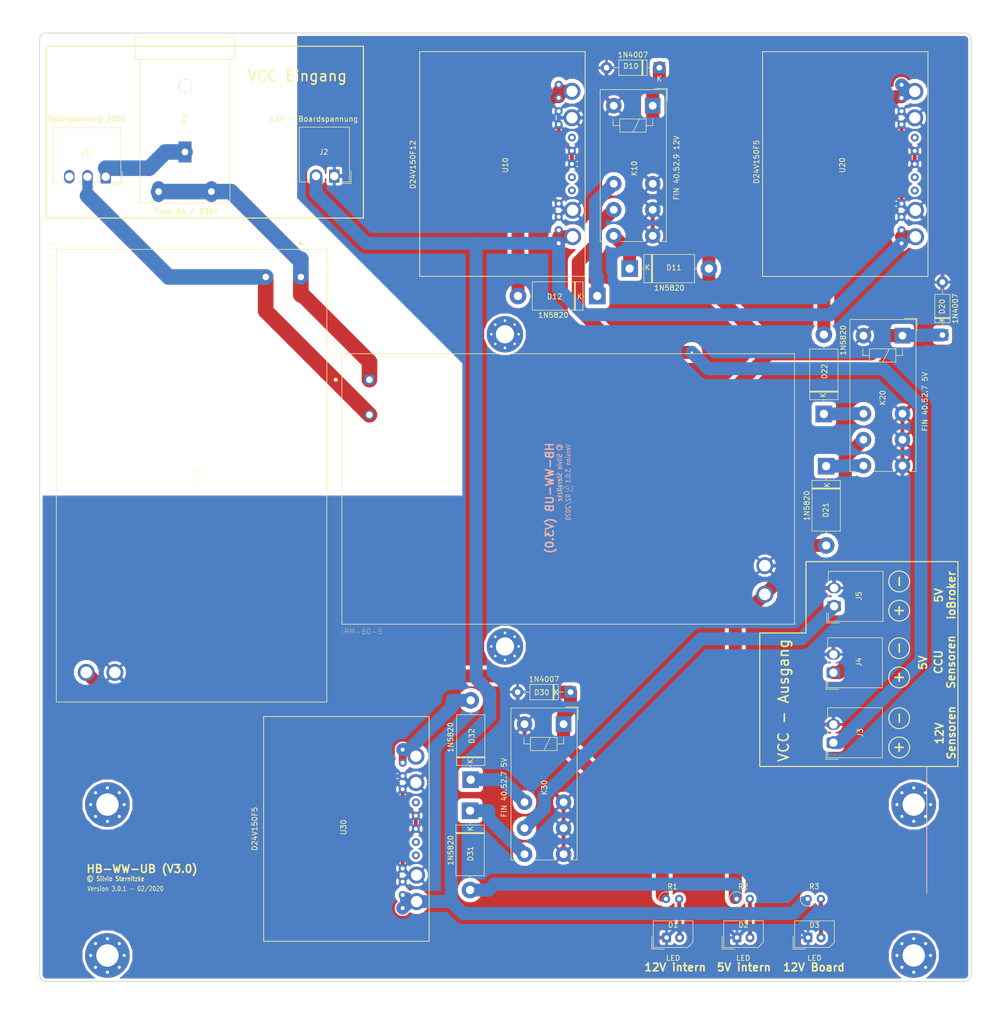
<source format=kicad_pcb>
(kicad_pcb (version 20171130) (host pcbnew "(5.0.2)-1")
  (title_block (title "Wohnwagenboard - Grundplatine") (date 2019-02-28) (rev V1.0.0))
  (layers (0 F.Cu signal) (31 B.Cu signal) (34 B.Paste user) (35 F.Paste user) (36 B.SilkS user) (37 F.SilkS user) (38 B.Mask user) (39 F.Mask user) (44 Edge.Cuts user))
  (net 0 "")
  (net 1 "Net-(D1-Pad2)")
  (net 2 "Net-(D2-Pad2)")
  (net 3 "Net-(F1-Pad1)")
  (net 4 "Net-(F1-Pad2)")
  (net 5 "Net-(J1-Pad2)")
  (net 6 GNDPWR)
  (net 7 "Net-(D3-Pad2)")
  (net 8 GND)
  (net 9 "Net-(D11-Pad1)")
  (net 10 "Net-(D12-Pad1)")
  (net 11 "Net-(D12-Pad2)")
  (net 12 "Net-(D21-Pad1)")
  (net 13 "Net-(D22-Pad1)")
  (net 14 "Net-(D22-Pad2)")
  (net 15 "Net-(D31-Pad1)")
  (net 16 "Net-(D32-Pad2)")
  (net 17 "Net-(D32-Pad1)")
  (net 18 /Board_12V+)
  (net 19 /Out_CCU_+)
  (net 20 /Out_ioBroker_+)
  (net 21 "Net-(U10-Pad6)")
  (net 22 "Net-(U10-Pad5)")
  (net 23 "Net-(U20-Pad5)")
  (net 24 "Net-(U20-Pad6)")
  (net 25 "Net-(U30-Pad5)")
  (net 26 "Net-(U30-Pad6)")
  (net 27 /IRM60_12V+)
  (net 28 /IRM60_05V+)
  (net 29 /OUT_Sens_12V+)
  (net 30 "Net-(U10-Pad9)")
  (net 31 "Net-(U20-Pad9)")
  (net 32 "Net-(U30-Pad9)")
  (module Diode_THT:D_DO-201AD_P15.24mm_Horizontal (layer F.Cu) (at 127.381 57.9755)
    (fp_text reference D11 (at 8.509 -0.1905) (layer F.SilkS))
    (fp_text value 1N5820 (at 7.62 3.72) (layer F.SilkS))
    (fp_text user K (at 3.429 -0.1905) (layer F.SilkS))
    (pad 2 thru_hole oval (at 15.24 0) (size 3.2 3.2) (drill 1.6) (layers *.Cu *.Mask) (net 27 /IRM60_12V+))
    (pad 1 thru_hole rect (at 0 0) (size 3.2 3.2) (drill 1.6) (layers *.Cu *.Mask) (net 9 "Net-(D11-Pad1)"))
  )
  (module Diode_THT:D_DO-201AD_P15.24mm_Horizontal (layer F.Cu) (at 121.158 63.246 180)
    (fp_text reference D12 (at 8.192 -0.127 180) (layer F.SilkS))
    (fp_text value 1N5820 (at 8.446 -3.683 180) (layer F.SilkS))
    (fp_text user K (at 3.366 -0.127 180) (layer F.SilkS))
    (pad 1 thru_hole rect (at 0 0 180) (size 3.2 3.2) (drill 1.6) (layers *.Cu *.Mask) (net 10 "Net-(D12-Pad1)"))
    (pad 2 thru_hole oval (at 15.24 0 180) (size 3.2 3.2) (drill 1.6) (layers *.Cu *.Mask) (net 11 "Net-(D12-Pad2)"))
  )
  (module Homebrew:Copyrigth (layer F.Cu) (at 189.23 125.73)
    (fp_text reference Copy02 hide)
    (fp_text value "Version 3.0.1 - 02/2020" (at -158.75 51.435) (layer F.SilkS) (effects (font (size 0.9 0.75) (thickness 0.12))))
    (fp_text user "© Silvio Sternitzke" (at -160.655 49.53) (layer F.SilkS) (effects (font (size 0.9 0.75))))
  )
  (module MountingHole:MountingHole_4.3mm_M4_Pad_Via (layer F.Cu) (at 27 161)
    (fp_text reference REF_10 hide)
    (fp_text value MountingHole_4.3mm_M4_Pad_Via)
    (pad 1 thru_hole circle (at 0 0) (size 8.6 8.6) (drill 4.3) (layers *.Cu *.Mask))
    (pad 1 thru_hole circle (at 3.225 0) (size 0.9 0.9) (drill 0.6) (layers *.Cu *.Mask))
    (pad 1 thru_hole circle (at 2.280419 2.280419) (size 0.9 0.9) (drill 0.6) (layers *.Cu *.Mask))
    (pad 1 thru_hole circle (at 0 3.225) (size 0.9 0.9) (drill 0.6) (layers *.Cu *.Mask))
    (pad 1 thru_hole circle (at -2.280419 2.280419) (size 0.9 0.9) (drill 0.6) (layers *.Cu *.Mask))
    (pad 1 thru_hole circle (at -3.225 0) (size 0.9 0.9) (drill 0.6) (layers *.Cu *.Mask))
    (pad 1 thru_hole circle (at -2.280419 -2.280419) (size 0.9 0.9) (drill 0.6) (layers *.Cu *.Mask))
    (pad 1 thru_hole circle (at 0 -3.225) (size 0.9 0.9) (drill 0.6) (layers *.Cu *.Mask))
    (pad 1 thru_hole circle (at 2.280419 -2.280419) (size 0.9 0.9) (drill 0.6) (layers *.Cu *.Mask))
  )
  (module MountingHole:MountingHole_4.3mm_M4_Pad_Via (layer F.Cu) (at 27 190)
    (fp_text reference REF_11 hide)
    (fp_text value MountingHole_4.3mm_M4_Pad_Via)
    (pad 1 thru_hole circle (at 2.280419 -2.280419) (size 0.9 0.9) (drill 0.6) (layers *.Cu *.Mask))
    (pad 1 thru_hole circle (at 0 -3.225) (size 0.9 0.9) (drill 0.6) (layers *.Cu *.Mask))
    (pad 1 thru_hole circle (at -2.280419 -2.280419) (size 0.9 0.9) (drill 0.6) (layers *.Cu *.Mask))
    (pad 1 thru_hole circle (at -3.225 0) (size 0.9 0.9) (drill 0.6) (layers *.Cu *.Mask))
    (pad 1 thru_hole circle (at -2.280419 2.280419) (size 0.9 0.9) (drill 0.6) (layers *.Cu *.Mask))
    (pad 1 thru_hole circle (at 0 3.225) (size 0.9 0.9) (drill 0.6) (layers *.Cu *.Mask))
    (pad 1 thru_hole circle (at 2.280419 2.280419) (size 0.9 0.9) (drill 0.6) (layers *.Cu *.Mask))
    (pad 1 thru_hole circle (at 3.225 0) (size 0.9 0.9) (drill 0.6) (layers *.Cu *.Mask))
    (pad 1 thru_hole circle (at 0 0) (size 8.6 8.6) (drill 4.3) (layers *.Cu *.Mask))
  )
  (module MountingHole:MountingHole_4.3mm_M4_Pad_Via (layer F.Cu) (at 182 161)
    (fp_text reference REF_12 hide)
    (fp_text value MountingHole_4.3mm_M4_Pad_Via)
    (pad 1 thru_hole circle (at 0 0) (size 8.6 8.6) (drill 4.3) (layers *.Cu *.Mask))
    (pad 1 thru_hole circle (at 3.225 0) (size 0.9 0.9) (drill 0.6) (layers *.Cu *.Mask))
    (pad 1 thru_hole circle (at 2.280419 2.280419) (size 0.9 0.9) (drill 0.6) (layers *.Cu *.Mask))
    (pad 1 thru_hole circle (at 0 3.225) (size 0.9 0.9) (drill 0.6) (layers *.Cu *.Mask))
    (pad 1 thru_hole circle (at -2.280419 2.280419) (size 0.9 0.9) (drill 0.6) (layers *.Cu *.Mask))
    (pad 1 thru_hole circle (at -3.225 0) (size 0.9 0.9) (drill 0.6) (layers *.Cu *.Mask))
    (pad 1 thru_hole circle (at -2.280419 -2.280419) (size 0.9 0.9) (drill 0.6) (layers *.Cu *.Mask))
    (pad 1 thru_hole circle (at 0 -3.225) (size 0.9 0.9) (drill 0.6) (layers *.Cu *.Mask))
    (pad 1 thru_hole circle (at 2.280419 -2.280419) (size 0.9 0.9) (drill 0.6) (layers *.Cu *.Mask))
  )
  (module MountingHole:MountingHole_4.3mm_M4_Pad_Via (layer F.Cu) (at 182 190)
    (fp_text reference REF_09 hide)
    (fp_text value MountingHole_4.3mm_M4_Pad_Via)
    (pad 1 thru_hole circle (at 0 0) (size 8.6 8.6) (drill 4.3) (layers *.Cu *.Mask))
    (pad 1 thru_hole circle (at 3.225 0) (size 0.9 0.9) (drill 0.6) (layers *.Cu *.Mask))
    (pad 1 thru_hole circle (at 2.280419 2.280419) (size 0.9 0.9) (drill 0.6) (layers *.Cu *.Mask))
    (pad 1 thru_hole circle (at 0 3.225) (size 0.9 0.9) (drill 0.6) (layers *.Cu *.Mask))
    (pad 1 thru_hole circle (at -2.280419 2.280419) (size 0.9 0.9) (drill 0.6) (layers *.Cu *.Mask))
    (pad 1 thru_hole circle (at -3.225 0) (size 0.9 0.9) (drill 0.6) (layers *.Cu *.Mask))
    (pad 1 thru_hole circle (at -2.280419 -2.280419) (size 0.9 0.9) (drill 0.6) (layers *.Cu *.Mask))
    (pad 1 thru_hole circle (at 0 -3.225) (size 0.9 0.9) (drill 0.6) (layers *.Cu *.Mask))
    (pad 1 thru_hole circle (at 2.280419 -2.280419) (size 0.9 0.9) (drill 0.6) (layers *.Cu *.Mask))
  )
  (module MountingHole:MountingHole_3.5mm_Pad_Via (layer F.Cu) (at 103.42 130.6)
    (fp_text reference REF_S2 hide)
    (fp_text value MountingHole_3.5mm_Pad_Via)
    (pad 1 thru_hole circle (at 0 0) (size 7 7) (drill 3.5) (layers *.Cu *.Mask))
    (pad 1 thru_hole circle (at 2.625 0) (size 0.8 0.8) (drill 0.5) (layers *.Cu *.Mask))
    (pad 1 thru_hole circle (at 1.856155 1.856155) (size 0.8 0.8) (drill 0.5) (layers *.Cu *.Mask))
    (pad 1 thru_hole circle (at 0 2.625) (size 0.8 0.8) (drill 0.5) (layers *.Cu *.Mask))
    (pad 1 thru_hole circle (at -1.856155 1.856155) (size 0.8 0.8) (drill 0.5) (layers *.Cu *.Mask))
    (pad 1 thru_hole circle (at -2.625 0) (size 0.8 0.8) (drill 0.5) (layers *.Cu *.Mask))
    (pad 1 thru_hole circle (at -1.856155 -1.856155) (size 0.8 0.8) (drill 0.5) (layers *.Cu *.Mask))
    (pad 1 thru_hole circle (at 0 -2.625) (size 0.8 0.8) (drill 0.5) (layers *.Cu *.Mask))
    (pad 1 thru_hole circle (at 1.856155 -1.856155) (size 0.8 0.8) (drill 0.5) (layers *.Cu *.Mask))
  )
  (module MountingHole:MountingHole_3.5mm_Pad_Via (layer F.Cu) (at 103.42 70.6)
    (fp_text reference REF_S1 hide)
    (fp_text value MountingHole_3.5mm_Pad_Via)
    (pad 1 thru_hole circle (at 0 0) (size 7 7) (drill 3.5) (layers *.Cu *.Mask))
    (pad 1 thru_hole circle (at 2.625 0) (size 0.8 0.8) (drill 0.5) (layers *.Cu *.Mask))
    (pad 1 thru_hole circle (at 1.856155 1.856155) (size 0.8 0.8) (drill 0.5) (layers *.Cu *.Mask))
    (pad 1 thru_hole circle (at 0 2.625) (size 0.8 0.8) (drill 0.5) (layers *.Cu *.Mask))
    (pad 1 thru_hole circle (at -1.856155 1.856155) (size 0.8 0.8) (drill 0.5) (layers *.Cu *.Mask))
    (pad 1 thru_hole circle (at -2.625 0) (size 0.8 0.8) (drill 0.5) (layers *.Cu *.Mask))
    (pad 1 thru_hole circle (at -1.856155 -1.856155) (size 0.8 0.8) (drill 0.5) (layers *.Cu *.Mask))
    (pad 1 thru_hole circle (at 0 -2.625) (size 0.8 0.8) (drill 0.5) (layers *.Cu *.Mask))
    (pad 1 thru_hole circle (at 1.856155 -1.856155) (size 0.8 0.8) (drill 0.5) (layers *.Cu *.Mask))
  )
  (module Homebrew:Copyrigth (layer B.Cu) (at 189.23 121.92)
    (fp_text reference Copy01 hide)
    (fp_text value "Version 3.0.1 - 02/2020" (at -73.66 -22.86 90) (layer B.SilkS) (effects (font (size 0.9 0.75) (thickness 0.12)) (justify mirror)))
    (fp_text user "© Silvio Sternitzke" (at -75.311 -24.7015 90) (layer B.SilkS) (effects (font (size 0.9 0.75)) (justify mirror)))
  )
  (module Connector_Molex:Molex_SPOX_5267-02A_1x02_P2.50mm_Vertical (layer F.Cu) (at 134.493 186.563)
    (fp_text reference D1 (at 1.25 -2.413) (layer F.SilkS))
    (fp_text value LED (at 1.25 3.937) (layer F.SilkS))
    (pad 1 thru_hole roundrect (at 0 0) (size 1.7 1.85) (drill 0.85) (layers *.Cu *.Mask) (roundrect_rratio 0.147059) (net 8 GND))
    (pad 2 thru_hole oval (at 2.5 0) (size 1.7 1.85) (drill 0.85) (layers *.Cu *.Mask) (net 1 "Net-(D1-Pad2)"))
  )
  (module Connector_Molex:Molex_SPOX_5267-02A_1x02_P2.50mm_Vertical (layer F.Cu) (at 148.023 186.561)
    (fp_text reference D2 (at 1.25 -2.411) (layer F.SilkS))
    (fp_text value LED (at 1.202 3.939) (layer F.SilkS))
    (pad 1 thru_hole roundrect (at 0 0) (size 1.7 1.85) (drill 0.85) (layers *.Cu *.Mask) (roundrect_rratio 0.147059) (net 8 GND))
    (pad 2 thru_hole oval (at 2.5 0) (size 1.7 1.85) (drill 0.85) (layers *.Cu *.Mask) (net 2 "Net-(D2-Pad2)"))
  )
  (module Connector_Molex:Molex_SPOX_5267-02A_1x02_P2.50mm_Vertical (layer F.Cu) (at 161.671 186.563)
    (fp_text reference D3 (at 1.25 -2.413) (layer F.SilkS))
    (fp_text value LED (at 1.25 3.937) (layer F.SilkS))
    (pad 2 thru_hole oval (at 2.5 0) (size 1.7 1.85) (drill 0.85) (layers *.Cu *.Mask) (net 7 "Net-(D3-Pad2)"))
    (pad 1 thru_hole roundrect (at 0 0) (size 1.7 1.85) (drill 0.85) (layers *.Cu *.Mask) (roundrect_rratio 0.147059) (net 8 GND))
  )
  (module Diode_THT:D_DO-41_SOD81_P10.16mm_Horizontal (layer F.Cu) (at 133.096 19.3675 180)
    (fp_text reference D10 (at 5.461 0.3175 180) (layer F.SilkS))
    (fp_text value 1N4007 (at 5.08 2.47 180) (layer F.SilkS))
    (fp_text user K (at 0 -2.1 180) (layer F.SilkS))
    (pad 1 thru_hole rect (at 0 0 180) (size 2.2 2.2) (drill 1.1) (layers *.Cu *.Mask) (net 27 /IRM60_12V+))
    (pad 2 thru_hole oval (at 10.16 0 180) (size 2.2 2.2) (drill 1.1) (layers *.Cu *.Mask) (net 8 GND))
  )
  (module Diode_THT:D_DO-41_SOD81_P10.16mm_Horizontal (layer F.Cu) (at 187.516 70.739 90)
    (fp_text reference D20 (at 5.461 -0.064 90) (layer F.SilkS))
    (fp_text value 1N4007 (at 5.08 2.47 90) (layer F.SilkS))
    (fp_text user K (at 2.921 -0.064 90) (layer F.SilkS))
    (pad 1 thru_hole rect (at 0 0 90) (size 2.2 2.2) (drill 1.1) (layers *.Cu *.Mask) (net 27 /IRM60_12V+))
    (pad 2 thru_hole oval (at 10.16 0 90) (size 2.2 2.2) (drill 1.1) (layers *.Cu *.Mask) (net 8 GND))
  )
  (module Diode_THT:D_DO-201AD_P15.24mm_Horizontal (layer F.Cu) (at 165.164 95.9485 270)
    (fp_text reference D21 (at 8.4455 0.064 270) (layer F.SilkS))
    (fp_text value 1N5820 (at 7.62 3.72 270) (layer F.SilkS))
    (fp_text user K (at 3.6195 -0.19 270) (layer F.SilkS))
    (pad 2 thru_hole oval (at 15.24 0 270) (size 3.2 3.2) (drill 1.6) (layers *.Cu *.Mask) (net 28 /IRM60_05V+))
    (pad 1 thru_hole rect (at 0 0 270) (size 3.2 3.2) (drill 1.6) (layers *.Cu *.Mask) (net 12 "Net-(D21-Pad1)"))
  )
  (module Diode_THT:D_DO-201AD_P15.24mm_Horizontal (layer F.Cu) (at 164.719 85.9155 90)
    (fp_text reference D22 (at 8.1915 0.127 90) (layer F.SilkS))
    (fp_text value 1N5820 (at 14.1605 3.72 90) (layer F.SilkS))
    (fp_text user K (at 3.6195 -0.127 90) (layer F.SilkS))
    (pad 1 thru_hole rect (at 0 0 90) (size 3.2 3.2) (drill 1.6) (layers *.Cu *.Mask) (net 13 "Net-(D22-Pad1)"))
    (pad 2 thru_hole oval (at 15.24 0 90) (size 3.2 3.2) (drill 1.6) (layers *.Cu *.Mask) (net 14 "Net-(D22-Pad2)"))
  )
  (module Diode_THT:D_DO-41_SOD81_P10.16mm_Horizontal (layer F.Cu) (at 116.014 139.382 180)
    (fp_text reference D30 (at 5.524 -0.064 180) (layer F.SilkS))
    (fp_text value 1N4007 (at 5.08 2.47 180) (layer F.SilkS))
    (fp_text user K (at 2.73 -0.064 180) (layer F.SilkS))
    (pad 2 thru_hole oval (at 10.16 0 180) (size 2.2 2.2) (drill 1.1) (layers *.Cu *.Mask) (net 8 GND))
    (pad 1 thru_hole rect (at 0 0 180) (size 2.2 2.2) (drill 1.1) (layers *.Cu *.Mask) (net 27 /IRM60_12V+))
  )
  (module Diode_THT:D_DO-201AD_P15.24mm_Horizontal (layer F.Cu) (at 96.7105 162.179 270)
    (fp_text reference D31 (at 8.255 -0.0635 270) (layer F.SilkS))
    (fp_text value 1N5820 (at 7.62 3.72 270) (layer F.SilkS))
    (fp_text user K (at 3.429 -0.0635 270) (layer F.SilkS))
    (pad 1 thru_hole rect (at 0 0 270) (size 3.2 3.2) (drill 1.6) (layers *.Cu *.Mask) (net 15 "Net-(D31-Pad1)"))
    (pad 2 thru_hole oval (at 15.24 0 270) (size 3.2 3.2) (drill 1.6) (layers *.Cu *.Mask) (net 28 /IRM60_05V+))
  )
  (module Diode_THT:D_DO-201AD_P15.24mm_Horizontal (layer F.Cu) (at 96.8375 156.21 90)
    (fp_text reference D32 (at 8.382 0.1905 90) (layer F.SilkS))
    (fp_text value 1N5820 (at 8.128 -3.8735 90) (layer F.SilkS))
    (fp_text user K (at 3.556 -0.0635 90) (layer F.SilkS))
    (pad 2 thru_hole oval (at 15.24 0 90) (size 3.2 3.2) (drill 1.6) (layers *.Cu *.Mask) (net 16 "Net-(D32-Pad2)"))
    (pad 1 thru_hole rect (at 0 0 90) (size 3.2 3.2) (drill 1.6) (layers *.Cu *.Mask) (net 17 "Net-(D32-Pad1)"))
  )
  (module Homebrew:Fuseholder_Cylinder-5x20mm_Schurter_FUP_0031.2510_Horizontal_Closed (layer F.Cu) (at 41.91 66.04 90)
    (fp_text reference F1 (at 36.83 0 90) (layer F.SilkS))
    (fp_text value "Fuse 6A / 230V" (at 19.05 0.254 180) (layer F.SilkS))
    (pad 1 thru_hole rect (at 30.48 0 90) (size 4 2.5) (drill 1.3) (layers *.Cu *.Mask) (net 3 "Net-(F1-Pad1)"))
    (pad 2 thru_hole oval (at 22.86 -5.08 90) (size 4 2.5) (drill 1.3) (layers *.Cu *.Mask) (net 4 "Net-(F1-Pad2)"))
    (pad 2 thru_hole oval (at 22.86 5.08 90) (size 4 2.5) (drill 1.3) (layers *.Cu *.Mask) (net 4 "Net-(F1-Pad2)"))
    (pad "" thru_hole circle (at 43.18 0 90) (size 2.6 2.6) (drill 2.6) (layers *.Cu *.Mask))
  )
  (module Connector_Wago:Wago_734-163_1x03_P3.50mm_Horizontal (layer F.Cu) (at 26.67 40.3225 180)
    (fp_text reference J1 (at 3.81 4.7625 180) (layer F.SilkS))
    (fp_text value "Netzspannung 230V" (at 3.65 11.1125 180) (layer F.SilkS))
    (pad 1 thru_hole roundrect (at 0 0 180) (size 2 2.6) (drill 1.6) (layers *.Cu *.Mask) (roundrect_rratio 0.125) (net 3 "Net-(F1-Pad1)"))
    (pad 2 thru_hole oval (at 3.5 0 180) (size 2 2.6) (drill 1.6) (layers *.Cu *.Mask) (net 5 "Net-(J1-Pad2)"))
    (pad 3 thru_hole oval (at 7 0 180) (size 2 2.6) (drill 1.6) (layers *.Cu *.Mask) (net 6 GNDPWR))
  )
  (module Connector_Wago:Wago_734-162_1x02_P3.50mm_Horizontal (layer F.Cu) (at 70.612 40.1955 180)
    (fp_text reference J2 (at 2.032 4.6355 180) (layer F.SilkS))
    (fp_text value "12V - Boardspannung" (at 3.937 10.9855 180) (layer F.SilkS))
    (pad 1 thru_hole roundrect (at 0 0 180) (size 2 2.6) (drill 1.6) (layers *.Cu *.Mask) (roundrect_rratio 0.125) (net 8 GND))
    (pad 2 thru_hole oval (at 3.5 0 180) (size 2 2.6) (drill 1.6) (layers *.Cu *.Mask) (net 18 /Board_12V+))
  )
  (module Connector_Wago:Wago_734-162_1x02_P3.50mm_Horizontal (layer F.Cu) (at 166.56 149.098 90)
    (fp_text reference J3 (at 1.9 5.144 90) (layer F.SilkS))
    (fp_text value 12V (at 1.778 20.384 90) (layer F.SilkS) (effects (font (size 1.5 1.5) (thickness 0.3))))
    (pad 2 thru_hole oval (at 3.5 0 90) (size 2 2.6) (drill 1.6) (layers *.Cu *.Mask) (net 8 GND))
    (pad 1 thru_hole roundrect (at 0 0 90) (size 2 2.6) (drill 1.6) (layers *.Cu *.Mask) (roundrect_rratio 0.125) (net 29 /OUT_Sens_12V+))
  )
  (module Connector_Wago:Wago_734-162_1x02_P3.50mm_Horizontal (layer F.Cu) (at 166.56 135.636 90)
    (fp_text reference J4 (at 2.032 4.89 90) (layer F.SilkS))
    (fp_text value 5V (at 1.905 17.209 90) (layer F.SilkS) (effects (font (size 1.5 1.5) (thickness 0.3))))
    (pad 1 thru_hole roundrect (at 0 0 90) (size 2 2.6) (drill 1.6) (layers *.Cu *.Mask) (roundrect_rratio 0.125) (net 19 /Out_CCU_+))
    (pad 2 thru_hole oval (at 3.5 0 90) (size 2 2.6) (drill 1.6) (layers *.Cu *.Mask) (net 8 GND))
  )
  (module Connector_Wago:Wago_734-162_1x02_P3.50mm_Horizontal (layer F.Cu) (at 166.688 122.872 90)
    (fp_text reference J5 (at 1.968 4.762 90) (layer F.SilkS))
    (fp_text value 5V (at 2.095 20.129 90) (layer F.SilkS) (effects (font (size 1.5 1.5) (thickness 0.3))))
    (pad 2 thru_hole oval (at 3.5 0 90) (size 2 2.6) (drill 1.6) (layers *.Cu *.Mask) (net 8 GND))
    (pad 1 thru_hole roundrect (at 0 0 90) (size 2 2.6) (drill 1.6) (layers *.Cu *.Mask) (roundrect_rratio 0.125) (net 20 /Out_ioBroker_+))
  )
  (module Relay_THT:Relay_DPDT_Finder_40.52 (layer F.Cu) (at 131.826 26.67 270)
    (fp_text reference K10 (at 12.065 3.556 270) (layer F.SilkS))
    (fp_text value "FIN 40.52.9 12V" (at 11.938 -4.572 270) (layer F.SilkS))
    (pad A1 thru_hole rect (at 0 0 270) (size 3 3) (drill 1.5) (layers *.Cu *.Mask) (net 27 /IRM60_12V+))
    (pad A2 thru_hole circle (at 0 7.5 270) (size 3 3) (drill 1.5) (layers *.Cu *.Mask) (net 8 GND))
    (pad 11 thru_hole circle (at 20 0 270) (size 3 3) (drill 1.5) (layers *.Cu *.Mask) (net 8 GND))
    (pad 24 thru_hole circle (at 25 7.5 270) (size 3 3) (drill 1.5) (layers *.Cu *.Mask) (net 9 "Net-(D11-Pad1)"))
    (pad 22 thru_hole circle (at 15 7.5 270) (size 3 3) (drill 1.5) (layers *.Cu *.Mask) (net 10 "Net-(D12-Pad1)"))
    (pad 12 thru_hole circle (at 15 0 270) (size 3 3) (drill 1.5) (layers *.Cu *.Mask) (net 8 GND))
    (pad 21 thru_hole circle (at 20 7.5 270) (size 3 3) (drill 1.5) (layers *.Cu *.Mask) (net 29 /OUT_Sens_12V+))
    (pad 14 thru_hole circle (at 25 0 270) (size 3 3) (drill 1.5) (layers *.Cu *.Mask) (net 8 GND))
  )
  (module Relay_THT:Relay_DPDT_Finder_40.52 (layer F.Cu) (at 179.832 70.866 270)
    (fp_text reference K20 (at 11.938 3.81 270) (layer F.SilkS))
    (fp_text value "FIN 40.52.7 5V" (at 12.7 -4.318 270) (layer F.SilkS))
    (pad 14 thru_hole circle (at 25 0 270) (size 3 3) (drill 1.5) (layers *.Cu *.Mask) (net 8 GND))
    (pad 21 thru_hole circle (at 20 7.5 270) (size 3 3) (drill 1.5) (layers *.Cu *.Mask) (net 19 /Out_CCU_+))
    (pad 12 thru_hole circle (at 15 0 270) (size 3 3) (drill 1.5) (layers *.Cu *.Mask) (net 8 GND))
    (pad 22 thru_hole circle (at 15 7.5 270) (size 3 3) (drill 1.5) (layers *.Cu *.Mask) (net 13 "Net-(D22-Pad1)"))
    (pad 24 thru_hole circle (at 25 7.5 270) (size 3 3) (drill 1.5) (layers *.Cu *.Mask) (net 12 "Net-(D21-Pad1)"))
    (pad 11 thru_hole circle (at 20 0 270) (size 3 3) (drill 1.5) (layers *.Cu *.Mask) (net 8 GND))
    (pad A2 thru_hole circle (at 0 7.5 270) (size 3 3) (drill 1.5) (layers *.Cu *.Mask) (net 8 GND))
    (pad A1 thru_hole rect (at 0 0 270) (size 3 3) (drill 1.5) (layers *.Cu *.Mask) (net 27 /IRM60_12V+))
  )
  (module Relay_THT:Relay_DPDT_Finder_40.52 (layer F.Cu) (at 114.681 145.542 270)
    (fp_text reference K30 (at 12.192 3.683 270) (layer F.SilkS))
    (fp_text value "FIN 40.52.7 5V" (at 12.192 11.43 270) (layer F.SilkS))
    (pad A1 thru_hole rect (at 0 0 270) (size 3 3) (drill 1.5) (layers *.Cu *.Mask) (net 27 /IRM60_12V+))
    (pad A2 thru_hole circle (at 0 7.5 270) (size 3 3) (drill 1.5) (layers *.Cu *.Mask) (net 8 GND))
    (pad 11 thru_hole circle (at 20 0 270) (size 3 3) (drill 1.5) (layers *.Cu *.Mask) (net 8 GND))
    (pad 24 thru_hole circle (at 25 7.5 270) (size 3 3) (drill 1.5) (layers *.Cu *.Mask) (net 15 "Net-(D31-Pad1)"))
    (pad 22 thru_hole circle (at 15 7.5 270) (size 3 3) (drill 1.5) (layers *.Cu *.Mask) (net 17 "Net-(D32-Pad1)"))
    (pad 12 thru_hole circle (at 15 0 270) (size 3 3) (drill 1.5) (layers *.Cu *.Mask) (net 8 GND))
    (pad 21 thru_hole circle (at 20 7.5 270) (size 3 3) (drill 1.5) (layers *.Cu *.Mask) (net 20 /Out_ioBroker_+))
    (pad 14 thru_hole circle (at 25 0 270) (size 3 3) (drill 1.5) (layers *.Cu *.Mask) (net 8 GND))
  )
  (module Resistor_THT:R_Axial_DIN0207_L6.3mm_D2.5mm_P2.54mm_Vertical (layer F.Cu) (at 134.366 179.134)
    (fp_text reference R1 (at 1.27 -2.37) (layer F.SilkS))
    (fp_text value R)
    (pad 1 thru_hole circle (at 0 0) (size 1.6 1.6) (drill 0.8) (layers *.Cu *.Mask) (net 27 /IRM60_12V+))
    (pad 2 thru_hole oval (at 2.54 0) (size 1.6 1.6) (drill 0.8) (layers *.Cu *.Mask) (net 1 "Net-(D1-Pad2)"))
  )
  (module Resistor_THT:R_Axial_DIN0207_L6.3mm_D2.5mm_P2.54mm_Vertical (layer F.Cu) (at 147.955 179.134)
    (fp_text reference R2 (at 1.27 -2.37) (layer F.SilkS))
    (fp_text value R)
    (pad 1 thru_hole circle (at 0 0) (size 1.6 1.6) (drill 0.8) (layers *.Cu *.Mask) (net 28 /IRM60_05V+))
    (pad 2 thru_hole oval (at 2.54 0) (size 1.6 1.6) (drill 0.8) (layers *.Cu *.Mask) (net 2 "Net-(D2-Pad2)"))
  )
  (module Resistor_THT:R_Axial_DIN0207_L6.3mm_D2.5mm_P2.54mm_Vertical (layer F.Cu) (at 161.608 179.134)
    (fp_text reference R3 (at 1.27 -2.37) (layer F.SilkS))
    (fp_text value R)
    (pad 2 thru_hole oval (at 2.54 0) (size 1.6 1.6) (drill 0.8) (layers *.Cu *.Mask) (net 7 "Net-(D3-Pad2)"))
    (pad 1 thru_hole circle (at 0 0) (size 1.6 1.6) (drill 0.8) (layers *.Cu *.Mask) (net 18 /Board_12V+))
  )
  (module IRM-60-12:CONV_IRM-60-12 (layer F.Cu) (at 43.18 97.79 270)
    (fp_text reference PS1 (at 0 -0.762 270) (layer F.SilkS) (effects (font (size 1.00004 1.00004) (thickness 0.05))))
    (fp_text value IRM-60-12 (at -40.6879 27.0135 270) (layer F.SilkS) (effects (font (size 1.00031 1.00031) (thickness 0.05))))
    (pad AC/L thru_hole rect (at -38.2 -21 270) (size 1.881 1.881) (drill 1.254) (layers *.Cu *.Mask) (net 4 "Net-(F1-Pad2)"))
    (pad AC/N thru_hole circle (at -38.2 -14.25 270) (size 1.881 1.881) (drill 1.254) (layers *.Cu *.Mask) (net 5 "Net-(J1-Pad2)"))
    (pad V thru_hole circle (at 37.8 14.75 270) (size 3.27 3.27) (drill 2.254) (layers *.Cu *.Mask) (net 8 GND))
    (pad +V thru_hole circle (at 37.8 20.25 270) (size 3.27 3.27) (drill 2.254) (layers *.Cu *.Mask) (net 27 /IRM60_12V+))
  )
  (module IRM-60-12:CONV_IRM-60-12 (layer F.Cu) (at 115.57 100.33)
    (fp_text reference PS2 (at -0.254 0) (layer F.SilkS) (effects (font (size 1.00004 1.00004) (thickness 0.05))))
    (fp_text value IRM-60-5 (at -39.624 27.432) (layer F.SilkS) (effects (font (size 1.00031 1.00031) (thickness 0.05))))
    (pad +V thru_hole circle (at 37.8 20.25) (size 3.27 3.27) (drill 2.254) (layers *.Cu *.Mask) (net 28 /IRM60_05V+))
    (pad V thru_hole circle (at 37.8 14.75) (size 3.27 3.27) (drill 2.254) (layers *.Cu *.Mask) (net 8 GND))
    (pad AC/N thru_hole circle (at -38.2 -14.25) (size 1.881 1.881) (drill 1.254) (layers *.Cu *.Mask) (net 5 "Net-(J1-Pad2)"))
    (pad AC/L thru_hole rect (at -38.2 -21) (size 1.881 1.881) (drill 1.254) (layers *.Cu *.Mask) (net 4 "Net-(F1-Pad2)"))
  )
  (module Homebrew:D24V150F5 (layer F.Cu) (at 85.811 37.87 90)
    (fp_text reference U10 (at -0.23 17.694 90) (layer F.SilkS))
    (fp_text value D24V150F12 (at -0.13 -0.086 90) (layer F.SilkS))
    (pad 5 thru_hole circle (at -5.08 30.48 90) (size 1.524 1.524) (drill 0.762) (layers *.Cu *.Mask) (net 22 "Net-(U10-Pad5)"))
    (pad 6 thru_hole circle (at -2.54 30.48 90) (size 1.524 1.524) (drill 0.762) (layers *.Cu *.Mask) (net 21 "Net-(U10-Pad6)"))
    (pad 7 thru_hole circle (at 0 30.48 90) (size 1.524 1.524) (drill 0.762) (layers *.Cu *.Mask) (net 8 GND))
    (pad 8 thru_hole circle (at 2.54 30.48 90) (size 1.524 1.524) (drill 0.762) (layers *.Cu *.Mask) (net 8 GND))
    (pad 3 thru_hole circle (at 7.62 27.94 90) (size 1.524 1.524) (drill 0.762) (layers *.Cu *.Mask) (net 8 GND))
    (pad 3 thru_hole circle (at 10.16 27.94 90) (size 1.524 1.524) (drill 0.762) (layers *.Cu *.Mask) (net 8 GND))
    (pad 4 thru_hole circle (at 12.7 27.94 90) (size 1.524 1.524) (drill 0.762) (layers *.Cu *.Mask) (net 11 "Net-(D12-Pad2)"))
    (pad 4 thru_hole circle (at 15.24 27.94 90) (size 1.524 1.524) (drill 0.762) (layers *.Cu *.Mask) (net 11 "Net-(D12-Pad2)"))
    (pad 2 thru_hole circle (at -7.62 27.94 90) (size 1.524 1.524) (drill 0.762) (layers *.Cu *.Mask) (net 8 GND))
    (pad 2 thru_hole circle (at -10.16 27.94 90) (size 1.524 1.524) (drill 0.762) (layers *.Cu *.Mask) (net 8 GND))
    (pad 1 thru_hole circle (at -12.7 27.94 90) (size 1.524 1.524) (drill 0.762) (layers *.Cu *.Mask) (net 18 /Board_12V+))
    (pad 1 thru_hole circle (at -15.24 27.94 90) (size 1.524 1.524) (drill 0.762) (layers *.Cu *.Mask) (net 18 /Board_12V+))
    (pad 4 thru_hole circle (at 13.97 30.489 90) (size 3.286 3.286) (drill 2.18) (layers *.Cu *.Mask) (net 11 "Net-(D12-Pad2)"))
    (pad 3 thru_hole circle (at 8.89 30.489 90) (size 3.286 3.286) (drill 2.18) (layers *.Cu *.Mask) (net 8 GND))
    (pad 2 thru_hole circle (at -8.89 30.62 90) (size 3.286 3.286) (drill 2.18) (layers *.Cu *.Mask) (net 8 GND))
    (pad 1 thru_hole circle (at -13.97 30.62 90) (size 3.286 3.286) (drill 2.18) (layers *.Cu *.Mask) (net 18 /Board_12V+))
    (pad 9 thru_hole circle (at 5.08 30.48 90) (size 1.524 1.524) (drill 0.762) (layers *.Cu *.Mask) (net 30 "Net-(U10-Pad9)"))
  )
  (module Homebrew:D24V150F5 (layer F.Cu) (at 151.711 37.89 90)
    (fp_text reference U20 (at -0.21 16.564 90) (layer F.SilkS))
    (fp_text value D24V150F5 (at 0.425 0.054 90) (layer F.SilkS))
    (pad 5 thru_hole circle (at -5.08 30.48 90) (size 1.524 1.524) (drill 0.762) (layers *.Cu *.Mask) (net 23 "Net-(U20-Pad5)"))
    (pad 6 thru_hole circle (at -2.54 30.48 90) (size 1.524 1.524) (drill 0.762) (layers *.Cu *.Mask) (net 24 "Net-(U20-Pad6)"))
    (pad 7 thru_hole circle (at 0 30.48 90) (size 1.524 1.524) (drill 0.762) (layers *.Cu *.Mask) (net 8 GND))
    (pad 8 thru_hole circle (at 2.54 30.48 90) (size 1.524 1.524) (drill 0.762) (layers *.Cu *.Mask) (net 8 GND))
    (pad 3 thru_hole circle (at 7.62 27.94 90) (size 1.524 1.524) (drill 0.762) (layers *.Cu *.Mask) (net 8 GND))
    (pad 3 thru_hole circle (at 10.16 27.94 90) (size 1.524 1.524) (drill 0.762) (layers *.Cu *.Mask) (net 8 GND))
    (pad 4 thru_hole circle (at 12.7 27.94 90) (size 1.524 1.524) (drill 0.762) (layers *.Cu *.Mask) (net 14 "Net-(D22-Pad2)"))
    (pad 4 thru_hole circle (at 15.24 27.94 90) (size 1.524 1.524) (drill 0.762) (layers *.Cu *.Mask) (net 14 "Net-(D22-Pad2)"))
    (pad 2 thru_hole circle (at -7.62 27.94 90) (size 1.524 1.524) (drill 0.762) (layers *.Cu *.Mask) (net 8 GND))
    (pad 2 thru_hole circle (at -10.16 27.94 90) (size 1.524 1.524) (drill 0.762) (layers *.Cu *.Mask) (net 8 GND))
    (pad 1 thru_hole circle (at -12.7 27.94 90) (size 1.524 1.524) (drill 0.762) (layers *.Cu *.Mask) (net 18 /Board_12V+))
    (pad 1 thru_hole circle (at -15.24 27.94 90) (size 1.524 1.524) (drill 0.762) (layers *.Cu *.Mask) (net 18 /Board_12V+))
    (pad 4 thru_hole circle (at 13.97 30.489 90) (size 3.286 3.286) (drill 2.18) (layers *.Cu *.Mask) (net 14 "Net-(D22-Pad2)"))
    (pad 3 thru_hole circle (at 8.89 30.489 90) (size 3.286 3.286) (drill 2.18) (layers *.Cu *.Mask) (net 8 GND))
    (pad 2 thru_hole circle (at -8.89 30.62 90) (size 3.286 3.286) (drill 2.18) (layers *.Cu *.Mask) (net 8 GND))
    (pad 1 thru_hole circle (at -13.97 30.62 90) (size 3.286 3.286) (drill 2.18) (layers *.Cu *.Mask) (net 18 /Board_12V+))
    (pad 9 thru_hole circle (at 5.08 30.48 90) (size 1.524 1.524) (drill 0.762) (layers *.Cu *.Mask) (net 31 "Net-(U20-Pad9)"))
  )
  (module Homebrew:D24V150F5 (layer F.Cu) (at 55.811 165.67 90)
    (fp_text reference U30 (at 0.316 16.579 90) (layer F.SilkS))
    (fp_text value D24V150F5 (at 0 -0.5 90) (layer F.SilkS))
    (pad 5 thru_hole circle (at -5.08 30.48 90) (size 1.524 1.524) (drill 0.762) (layers *.Cu *.Mask) (net 25 "Net-(U30-Pad5)"))
    (pad 6 thru_hole circle (at -2.54 30.48 90) (size 1.524 1.524) (drill 0.762) (layers *.Cu *.Mask) (net 26 "Net-(U30-Pad6)"))
    (pad 7 thru_hole circle (at 0 30.48 90) (size 1.524 1.524) (drill 0.762) (layers *.Cu *.Mask) (net 8 GND))
    (pad 8 thru_hole circle (at 2.54 30.48 90) (size 1.524 1.524) (drill 0.762) (layers *.Cu *.Mask) (net 8 GND))
    (pad 3 thru_hole circle (at 7.62 27.94 90) (size 1.524 1.524) (drill 0.762) (layers *.Cu *.Mask) (net 8 GND))
    (pad 3 thru_hole circle (at 10.16 27.94 90) (size 1.524 1.524) (drill 0.762) (layers *.Cu *.Mask) (net 8 GND))
    (pad 4 thru_hole circle (at 12.7 27.94 90) (size 1.524 1.524) (drill 0.762) (layers *.Cu *.Mask) (net 16 "Net-(D32-Pad2)"))
    (pad 4 thru_hole circle (at 15.24 27.94 90) (size 1.524 1.524) (drill 0.762) (layers *.Cu *.Mask) (net 16 "Net-(D32-Pad2)"))
    (pad 2 thru_hole circle (at -7.62 27.94 90) (size 1.524 1.524) (drill 0.762) (layers *.Cu *.Mask) (net 8 GND))
    (pad 2 thru_hole circle (at -10.16 27.94 90) (size 1.524 1.524) (drill 0.762) (layers *.Cu *.Mask) (net 8 GND))
    (pad 1 thru_hole circle (at -12.7 27.94 90) (size 1.524 1.524) (drill 0.762) (layers *.Cu *.Mask) (net 18 /Board_12V+))
    (pad 1 thru_hole circle (at -15.24 27.94 90) (size 1.524 1.524) (drill 0.762) (layers *.Cu *.Mask) (net 18 /Board_12V+))
    (pad 4 thru_hole circle (at 13.97 30.489 90) (size 3.286 3.286) (drill 2.18) (layers *.Cu *.Mask) (net 16 "Net-(D32-Pad2)"))
    (pad 3 thru_hole circle (at 8.89 30.489 90) (size 3.286 3.286) (drill 2.18) (layers *.Cu *.Mask) (net 8 GND))
    (pad 2 thru_hole circle (at -8.89 30.62 90) (size 3.286 3.286) (drill 2.18) (layers *.Cu *.Mask) (net 8 GND))
    (pad 1 thru_hole circle (at -13.97 30.62 90) (size 3.286 3.286) (drill 2.18) (layers *.Cu *.Mask) (net 18 /Board_12V+))
    (pad 9 thru_hole circle (at 5.08 30.48 90) (size 1.524 1.524) (drill 0.762) (layers *.Cu *.Mask) (net 32 "Net-(U30-Pad9)"))
  )
  (gr_circle (center 179.197 150.019) (end 181.197 150.019) (layer F.SilkS) (width 0.2))
  (gr_circle (center 179.197 144.399) (end 181.197 144.399) (layer F.SilkS) (width 0.2))
  (gr_text + (at 179.197 149.86) (layer F.SilkS) (effects (font (size 2 2) (thickness 0.3))))
  (gr_text - (at 179.07 144.399 90) (layer F.SilkS) (effects (font (size 2 2) (thickness 0.3))))
  (gr_text Sensoren (at 189.23 147.193 90) (layer F.SilkS) (effects (font (size 1.5 1.5) (thickness 0.3))))
  (gr_text ioBroker (at 189.23 120.777 90) (layer F.SilkS) (effects (font (size 1.5 1.5) (thickness 0.3))))
  (gr_text + (at 179.197 136.398) (layer F.SilkS) (effects (font (size 2 2) (thickness 0.3))))
  (gr_text - (at 179.07 130.937 90) (layer F.SilkS) (effects (font (size 2 2) (thickness 0.3))))
  (gr_circle (center 179.197 130.937) (end 181.197 130.937) (layer F.SilkS) (width 0.2))
  (gr_circle (center 179.197 136.557) (end 181.197 136.557) (layer F.SilkS) (width 0.2))
  (gr_text "CCU\nSensoren" (at 187.96 133.604 90) (layer F.SilkS) (effects (font (size 1.5 1.5) (thickness 0.3))))
  (gr_text "12V Board\n" (at 162.814 192.278) (layer F.SilkS) (effects (font (size 1.5 1.5) (thickness 0.3))))
  (gr_text "5V intern\n" (at 149.352 192.278) (layer F.SilkS) (effects (font (size 1.5 1.5) (thickness 0.3))))
  (gr_text "12V intern\n" (at 136.144 192.278) (layer F.SilkS) (effects (font (size 1.5 1.5) (thickness 0.3))))
  (gr_circle (center 179.197 118.11) (end 181.197 118.11) (layer F.SilkS) (width 0.2))
  (gr_circle (center 179.197 123.73) (end 181.197 123.73) (layer F.SilkS) (width 0.2))
  (gr_text - (at 179.07 118.11 90) (layer F.SilkS) (effects (font (size 2 2) (thickness 0.3))))
  (gr_text + (at 179.197 123.571) (layer F.SilkS) (effects (font (size 2 2) (thickness 0.3))))
  (gr_text "VCC - Ausgang" (at 156.972 140.97 90) (layer F.SilkS) (effects (font (size 2 2) (thickness 0.3))))
  (gr_line (start 161.29 114.3) (end 163.83 114.3) (layer F.SilkS) (width 0.2))
  (gr_line (start 161.29 128.016) (end 161.29 114.3) (layer F.SilkS) (width 0.2))
  (gr_line (start 152.4 128.016) (end 161.29 128.016) (layer F.SilkS) (width 0.2))
  (gr_line (start 152.4 153.67) (end 152.4 128.016) (layer F.SilkS) (width 0.2))
  (gr_line (start 190.5 153.67) (end 152.4 153.67) (layer F.SilkS) (width 0.2))
  (gr_line (start 190.5 114.3) (end 190.5 153.67) (layer F.SilkS) (width 0.2))
  (gr_line (start 163.83 114.3) (end 190.5 114.3) (layer F.SilkS) (width 0.2))
  (gr_text "VCC Eingang" (at 63.5 20.955) (layer F.SilkS) (effects (font (size 2 2) (thickness 0.3))))
  (gr_line (start 76.2 15.24) (end 15.24 15.24) (layer F.SilkS) (width 0.2))
  (gr_line (start 76.2 48.26) (end 76.2 15.24) (layer F.SilkS) (width 0.2))
  (gr_line (start 15.24 48.26) (end 76.2 48.26) (layer F.SilkS) (width 0.2))
  (gr_line (start 15.24 15.24) (end 15.24 48.26) (layer F.SilkS) (width 0.2))
  (gr_text "HB-WW-UB (V3.0)" (at 33.655 173.355) (layer F.SilkS) (effects (font (size 1.5 1.5) (thickness 0.3))))
  (gr_line (start 184.5 178) (end 184.5 153.75) (layer B.SilkS) (width 0.2))
  (gr_text "HB-WW-UB (V3.0)" (at 112.014 102.108 90) (layer B.SilkS) (effects (font (size 1.5 1.5) (thickness 0.3)) (justify mirror)))
  (gr_arc (start 15.24 13.97) (end 15.24 12.7) (angle -90) (layer Edge.Cuts) (width 0.15))
  (gr_arc (start 191.77 13.97) (end 193.04 13.97) (angle -90) (layer Edge.Cuts) (width 0.15))
  (gr_arc (start 191.77 193.73) (end 191.77 195) (angle -90) (layer Edge.Cuts) (width 0.15))
  (gr_arc (start 15.24 193.73) (end 13.97 193.73) (angle -90) (layer Edge.Cuts) (width 0.15))
  (gr_line (start 15.24 12.7) (end 191.77 12.7) (layer Edge.Cuts) (width 0.15))
  (gr_line (start 13.97 193.73) (end 13.97 13.97) (layer Edge.Cuts) (width 0.15))
  (gr_line (start 191.77 195) (end 15.24 195) (layer Edge.Cuts) (width 0.15))
  (gr_line (start 193.04 13.97) (end 193.04 193.72) (layer Edge.Cuts) (width 0.15))
  (segment (start 136.906 179.134) (end 136.906 180.684) (width 0.75) (layer F.Cu) (net 1))
  (segment (start 136.906 180.684) (end 136.993 180.771) (width 0.75) (layer F.Cu) (net 1))
  (segment (start 136.993 180.771) (end 136.993 186.563) (width 0.75) (layer F.Cu) (net 1))
  (segment (start 150.495 179.134) (end 150.495 180.684) (width 0.75) (layer F.Cu) (net 2))
  (segment (start 150.495 180.684) (end 150.523 180.712) (width 0.75) (layer F.Cu) (net 2))
  (segment (start 150.523 180.712) (end 150.523 186.561) (width 0.75) (layer F.Cu) (net 2))
  (segment (start 41.91 35.56) (end 38.1597 35.56) (width 3) (layer B.Cu) (net 3))
  (segment (start 26.6704 38.6796) (end 35.0401 38.6796) (width 3) (layer B.Cu) (net 3))
  (segment (start 35.0401 38.6796) (end 38.1597 35.56) (width 3) (layer B.Cu) (net 3))
  (segment (start 26.6704 38.6796) (end 26.67 38.68) (width 2.0016) (layer B.Cu) (net 3))
  (segment (start 26.67 38.68) (end 26.67 40.3225) (width 2.0016) (layer B.Cu) (net 3))
  (segment (start 64.18 59.59) (end 64.18 56.1492) (width 3) (layer B.Cu) (net 4))
  (segment (start 46.99 43.18) (end 50.7403 43.18) (width 3) (layer B.Cu) (net 4))
  (segment (start 64.18 56.1492) (end 63.7095 56.1492) (width 3) (layer B.Cu) (net 4))
  (segment (start 63.7095 56.1492) (end 50.7403 43.18) (width 3) (layer B.Cu) (net 4))
  (segment (start 46.99 43.18) (end 36.83 43.18) (width 3) (layer B.Cu) (net 4))
  (segment (start 64.18 59.59) (end 64.18 63.0308) (width 3) (layer F.Cu) (net 4))
  (segment (start 77.37 79.33) (end 77.37 75.8892) (width 3) (layer F.Cu) (net 4))
  (segment (start 77.37 75.8892) (end 64.5116 63.0308) (width 3) (layer F.Cu) (net 4))
  (segment (start 64.5116 63.0308) (end 64.18 63.0308) (width 3) (layer F.Cu) (net 4))
  (segment (start 23.17 43.9767) (end 23.17 40.3225) (width 1.9998) (layer B.Cu) (net 5))
  (segment (start 57.43 59.59) (end 38.7833 59.59) (width 3) (layer B.Cu) (net 5))
  (segment (start 38.7833 59.59) (end 23.17 43.9767) (width 3) (layer B.Cu) (net 5))
  (segment (start 77.37 86.08) (end 57.43 66.14) (width 3) (layer F.Cu) (net 5))
  (segment (start 57.43 66.14) (end 57.43 59.59) (width 3) (layer F.Cu) (net 5))
  (segment (start 164.148 179.134) (end 164.148 180.684) (width 0.75) (layer F.Cu) (net 7))
  (segment (start 164.148 180.684) (end 164.171 180.707) (width 0.75) (layer F.Cu) (net 7))
  (segment (start 164.171 180.707) (end 164.171 186.563) (width 0.75) (layer F.Cu) (net 7))
  (segment (start 182.4657 68.185) (end 175.013 68.185) (width 0.75) (layer F.Cu) (net 8))
  (segment (start 175.013 68.185) (end 172.332 70.866) (width 0.75) (layer F.Cu) (net 8))
  (segment (start 187.516 62.429) (end 182.4657 67.4793) (width 0.75) (layer F.Cu) (net 8))
  (segment (start 182.4657 67.4793) (end 182.4657 68.185) (width 0.75) (layer F.Cu) (net 8))
  (segment (start 179.832 85.866) (end 182.4657 83.2323) (width 0.75) (layer F.Cu) (net 8))
  (segment (start 182.4657 83.2323) (end 182.4657 68.185) (width 0.75) (layer F.Cu) (net 8))
  (segment (start 179.651 45.51) (end 179.651 40.43) (width 0.75) (layer F.Cu) (net 8))
  (segment (start 179.651 40.43) (end 182.191 37.89) (width 0.75) (layer F.Cu) (net 8))
  (segment (start 166.56 145.598) (end 164.51 145.598) (width 0.75) (layer F.Cu) (net 8))
  (segment (start 161.671 186.563) (end 159.6781 184.5701) (width 0.75) (layer F.Cu) (net 8))
  (segment (start 159.6781 184.5701) (end 159.6781 150.4299) (width 0.75) (layer F.Cu) (net 8))
  (segment (start 159.6781 150.4299) (end 164.51 145.598) (width 0.75) (layer F.Cu) (net 8))
  (segment (start 116.3 28.98) (end 113.751 28.98) (width 0.75) (layer B.Cu) (net 8))
  (segment (start 124.326 26.67) (end 122.016 28.98) (width 0.75) (layer B.Cu) (net 8))
  (segment (start 122.016 28.98) (end 116.3 28.98) (width 0.75) (layer B.Cu) (net 8))
  (segment (start 113.751 28.98) (end 113.751 27.71) (width 0.75) (layer B.Cu) (net 8))
  (segment (start 113.751 30.25) (end 113.751 28.98) (width 0.75) (layer B.Cu) (net 8))
  (segment (start 166.688 119.372) (end 164.638 119.372) (width 0.75) (layer F.Cu) (net 8))
  (segment (start 166.56 132.136) (end 166.56 130.386) (width 0.75) (layer F.Cu) (net 8))
  (segment (start 166.56 130.386) (end 164.2604 128.0864) (width 0.75) (layer F.Cu) (net 8))
  (segment (start 164.2604 128.0864) (end 164.2604 119.7496) (width 0.75) (layer F.Cu) (net 8))
  (segment (start 164.2604 119.7496) (end 164.638 119.372) (width 0.75) (layer F.Cu) (net 8))
  (segment (start 179.832 85.866) (end 179.832 90.866) (width 0.75) (layer F.Cu) (net 8))
  (segment (start 187.516 60.579) (end 187.516 62.429) (width 0.75) (layer F.Cu) (net 8))
  (segment (start 180.921 29) (end 179.651 27.73) (width 0.75) (layer B.Cu) (net 8))
  (segment (start 182.2 29) (end 180.921 29) (width 0.75) (layer B.Cu) (net 8))
  (segment (start 179.651 30.27) (end 180.921 29) (width 0.75) (layer B.Cu) (net 8))
  (segment (start 180.921 46.78) (end 179.651 48.05) (width 0.75) (layer B.Cu) (net 8))
  (segment (start 182.331 46.78) (end 180.921 46.78) (width 0.75) (layer B.Cu) (net 8))
  (segment (start 180.921 46.78) (end 179.651 45.51) (width 0.75) (layer B.Cu) (net 8))
  (segment (start 166.56 145.598) (end 166.56 143.848) (width 0.75) (layer B.Cu) (net 8))
  (segment (start 166.56 132.136) (end 164.51 132.136) (width 0.75) (layer B.Cu) (net 8))
  (segment (start 164.51 132.136) (end 164.1336 132.5124) (width 0.75) (layer B.Cu) (net 8))
  (segment (start 164.1336 132.5124) (end 164.1336 141.4216) (width 0.75) (layer B.Cu) (net 8))
  (segment (start 164.1336 141.4216) (end 166.56 143.848) (width 0.75) (layer B.Cu) (net 8))
  (segment (start 182.331 46.78) (end 187.516 51.965) (width 0.75) (layer F.Cu) (net 8))
  (segment (start 187.516 51.965) (end 187.516 60.579) (width 0.75) (layer F.Cu) (net 8))
  (segment (start 111.211 42.95) (end 113.751 45.49) (width 0.75) (layer B.Cu) (net 8))
  (segment (start 70.612 40.1955) (end 108.4565 40.1955) (width 0.75) (layer B.Cu) (net 8))
  (segment (start 108.4565 40.1955) (end 111.211 42.95) (width 0.75) (layer B.Cu) (net 8))
  (segment (start 116.291 37.87) (end 111.211 42.95) (width 0.75) (layer B.Cu) (net 8))
  (segment (start 131.826 41.67) (end 128.026 37.87) (width 0.75) (layer B.Cu) (net 8))
  (segment (start 128.026 37.87) (end 116.291 37.87) (width 0.75) (layer B.Cu) (net 8))
  (segment (start 115.021 46.76) (end 113.751 48.03) (width 0.75) (layer B.Cu) (net 8))
  (segment (start 116.431 46.76) (end 115.021 46.76) (width 0.75) (layer B.Cu) (net 8))
  (segment (start 115.021 46.76) (end 113.751 45.49) (width 0.75) (layer B.Cu) (net 8))
  (segment (start 107.181 145.542) (end 105.854 144.215) (width 0.75) (layer F.Cu) (net 8))
  (segment (start 105.854 144.215) (end 105.854 139.382) (width 0.75) (layer F.Cu) (net 8))
  (segment (start 107.181 153.042) (end 107.181 145.542) (width 0.75) (layer F.Cu) (net 8))
  (segment (start 114.681 160.542) (end 107.181 153.042) (width 0.75) (layer F.Cu) (net 8))
  (segment (start 86.3 156.78) (end 90.038 153.042) (width 0.75) (layer F.Cu) (net 8))
  (segment (start 90.038 153.042) (end 107.181 153.042) (width 0.75) (layer F.Cu) (net 8))
  (segment (start 85.021 156.78) (end 86.3 156.78) (width 0.75) (layer B.Cu) (net 8))
  (segment (start 83.751 155.51) (end 85.021 156.78) (width 0.75) (layer B.Cu) (net 8))
  (segment (start 83.751 158.05) (end 85.021 156.78) (width 0.75) (layer B.Cu) (net 8))
  (segment (start 85.021 174.56) (end 83.751 175.83) (width 0.75) (layer B.Cu) (net 8))
  (segment (start 86.431 174.56) (end 85.021 174.56) (width 0.75) (layer B.Cu) (net 8))
  (segment (start 85.021 174.56) (end 83.751 173.29) (width 0.75) (layer B.Cu) (net 8))
  (segment (start 134.493 186.563) (end 135.9954 185.0606) (width 0.75) (layer B.Cu) (net 8))
  (segment (start 135.9954 185.0606) (end 146.5226 185.0606) (width 0.75) (layer B.Cu) (net 8))
  (segment (start 146.5226 185.0606) (end 148.023 186.561) (width 0.75) (layer B.Cu) (net 8))
  (segment (start 132.986 45.51) (end 131.826 46.67) (width 0.75) (layer B.Cu) (net 8))
  (segment (start 179.651 45.51) (end 132.986 45.51) (width 0.75) (layer B.Cu) (net 8))
  (segment (start 132.986 45.51) (end 132.986 42.83) (width 0.75) (layer B.Cu) (net 8))
  (segment (start 132.986 42.83) (end 131.826 41.67) (width 0.75) (layer B.Cu) (net 8))
  (segment (start 161.671 186.563) (end 160.1317 185.0237) (width 0.75) (layer B.Cu) (net 8))
  (segment (start 160.1317 185.0237) (end 149.5603 185.0237) (width 0.75) (layer B.Cu) (net 8))
  (segment (start 149.5603 185.0237) (end 148.023 186.561) (width 0.75) (layer B.Cu) (net 8))
  (segment (start 114.681 170.542) (end 130.702 186.563) (width 0.75) (layer F.Cu) (net 8))
  (segment (start 130.702 186.563) (end 134.493 186.563) (width 0.75) (layer F.Cu) (net 8))
  (segment (start 114.681 165.542) (end 114.681 170.542) (width 0.75) (layer F.Cu) (net 8))
  (segment (start 164.6431 115.5771) (end 166.688 117.622) (width 0.75) (layer B.Cu) (net 8))
  (segment (start 153.37 115.08) (end 164.146 115.08) (width 0.75) (layer B.Cu) (net 8))
  (segment (start 164.146 115.08) (end 164.6431 115.5771) (width 0.75) (layer B.Cu) (net 8))
  (segment (start 164.6431 115.5771) (end 179.832 100.3882) (width 0.75) (layer B.Cu) (net 8))
  (segment (start 179.832 100.3882) (end 179.832 95.866) (width 0.75) (layer B.Cu) (net 8))
  (segment (start 124.326 26.67) (end 122.936 25.28) (width 0.75) (layer F.Cu) (net 8))
  (segment (start 122.936 25.28) (end 122.936 19.3675) (width 0.75) (layer F.Cu) (net 8))
  (segment (start 131.826 51.67) (end 131.826 46.67) (width 0.75) (layer F.Cu) (net 8))
  (segment (start 114.681 160.542) (end 114.681 165.542) (width 0.75) (layer F.Cu) (net 8))
  (segment (start 179.832 90.866) (end 179.832 95.866) (width 0.75) (layer F.Cu) (net 8))
  (segment (start 28.43 135.59) (end 48.35 155.51) (width 0.75) (layer B.Cu) (net 8))
  (segment (start 48.35 155.51) (end 83.751 155.51) (width 0.75) (layer B.Cu) (net 8))
  (segment (start 166.688 119.372) (end 166.688 117.622) (width 0.75) (layer B.Cu) (net 8))
  (segment (start 113.751 30.25) (end 113.751 32.79) (width 0.75) (layer F.Cu) (net 8))
  (segment (start 113.751 32.79) (end 116.291 35.33) (width 0.75) (layer F.Cu) (net 8))
  (segment (start 116.291 35.33) (end 116.291 37.87) (width 0.75) (layer F.Cu) (net 8))
  (segment (start 179.651 30.27) (end 179.651 32.81) (width 0.75) (layer F.Cu) (net 8))
  (segment (start 179.651 32.81) (end 182.191 35.35) (width 0.75) (layer F.Cu) (net 8))
  (segment (start 182.191 35.35) (end 182.191 37.89) (width 0.75) (layer F.Cu) (net 8))
  (segment (start 83.751 158.05) (end 83.751 160.59) (width 0.75) (layer F.Cu) (net 8))
  (segment (start 83.751 160.59) (end 86.291 163.13) (width 0.75) (layer F.Cu) (net 8))
  (segment (start 86.291 163.13) (end 86.291 165.67) (width 0.75) (layer F.Cu) (net 8))
  (segment (start 83.751 173.29) (end 83.751 168.21) (width 0.75) (layer F.Cu) (net 8))
  (segment (start 83.751 168.21) (end 86.291 165.67) (width 0.75) (layer F.Cu) (net 8))
  (segment (start 127.381 57.9755) (end 127.381 54.3752) (width 2.5) (layer F.Cu) (net 9))
  (segment (start 124.326 51.67) (end 127.0312 54.3752) (width 2.5) (layer F.Cu) (net 9))
  (segment (start 127.0312 54.3752) (end 127.381 54.3752) (width 2.5) (layer F.Cu) (net 9))
  (segment (start 121.158 63.246) (end 121.158 59.6457) (width 2.5) (layer B.Cu) (net 10))
  (segment (start 124.326 41.67) (end 120.8193 45.1767) (width 2.5) (layer B.Cu) (net 10))
  (segment (start 120.8193 45.1767) (end 120.8193 59.307) (width 2.5) (layer B.Cu) (net 10))
  (segment (start 120.8193 59.307) (end 121.158 59.6457) (width 2.5) (layer B.Cu) (net 10))
  (segment (start 113.751 23.9) (end 113.751 22.63) (width 1.5238) (layer F.Cu) (net 11))
  (segment (start 113.751 24.9319) (end 113.751 23.9) (width 1.5238) (layer F.Cu) (net 11))
  (segment (start 116.3 23.9) (end 113.751 23.9) (width 2.5) (layer F.Cu) (net 11))
  (segment (start 113.751 25.17) (end 113.751 24.9319) (width 1.5238) (layer F.Cu) (net 11))
  (segment (start 113.751 24.9319) (end 112.6145 24.9319) (width 2.5) (layer F.Cu) (net 11))
  (segment (start 112.6145 24.9319) (end 105.918 31.6284) (width 2.5) (layer F.Cu) (net 11))
  (segment (start 105.918 31.6284) (end 105.918 63.246) (width 2.5) (layer F.Cu) (net 11))
  (segment (start 165.164 95.9485) (end 168.7643 95.9485) (width 2.5) (layer B.Cu) (net 12))
  (segment (start 172.332 95.866) (end 168.8468 95.866) (width 2.5) (layer B.Cu) (net 12))
  (segment (start 168.8468 95.866) (end 168.7643 95.9485) (width 2.5) (layer B.Cu) (net 12))
  (segment (start 164.719 85.9155) (end 168.3193 85.9155) (width 2.5) (layer B.Cu) (net 13))
  (segment (start 172.332 85.866) (end 168.3688 85.866) (width 2.5) (layer B.Cu) (net 13))
  (segment (start 168.3688 85.866) (end 168.3193 85.9155) (width 2.5) (layer B.Cu) (net 13))
  (segment (start 179.651 24.946) (end 179.651 25.19) (width 1.5238) (layer F.Cu) (net 14))
  (segment (start 179.651 24.946) (end 178.5281 24.946) (width 2.5) (layer F.Cu) (net 14))
  (segment (start 178.5281 24.946) (end 164.719 38.7551) (width 2.5) (layer F.Cu) (net 14))
  (segment (start 164.719 38.7551) (end 164.719 70.6755) (width 2.5) (layer F.Cu) (net 14))
  (segment (start 180.3344 24.5066) (end 179.651 25.19) (width 1.5238) (layer B.Cu) (net 14))
  (segment (start 180.921 23.92) (end 179.651 22.65) (width 2.5) (layer B.Cu) (net 14))
  (segment (start 182.2 23.92) (end 180.921 23.92) (width 2.5) (layer B.Cu) (net 14))
  (segment (start 180.921 23.92) (end 180.3344 24.5066) (width 2.5) (layer B.Cu) (net 14))
  (segment (start 96.7105 162.179) (end 100.3108 162.179) (width 2.5) (layer B.Cu) (net 15))
  (segment (start 107.181 170.542) (end 100.3108 163.6718) (width 2.5) (layer B.Cu) (net 15))
  (segment (start 100.3108 163.6718) (end 100.3108 162.179) (width 2.5) (layer B.Cu) (net 15))
  (segment (start 85.0255 150.4255) (end 93.2372 142.2138) (width 2.5) (layer B.Cu) (net 16))
  (segment (start 93.2372 142.2138) (end 93.2372 140.97) (width 2.5) (layer B.Cu) (net 16))
  (segment (start 83.751 150.43) (end 85.021 150.43) (width 2.5) (layer B.Cu) (net 16))
  (segment (start 85.021 150.43) (end 85.0255 150.4255) (width 2.5) (layer B.Cu) (net 16))
  (segment (start 86.3 151.7) (end 85.0255 150.4255) (width 2.5) (layer B.Cu) (net 16))
  (segment (start 96.8375 140.97) (end 93.2372 140.97) (width 2.5) (layer B.Cu) (net 16))
  (segment (start 83.751 152.97) (end 83.751 150.43) (width 1.5238) (layer F.Cu) (net 16))
  (segment (start 107.181 160.542) (end 102.849 156.21) (width 2.5) (layer B.Cu) (net 17))
  (segment (start 102.849 156.21) (end 96.8375 156.21) (width 2.5) (layer B.Cu) (net 17))
  (segment (start 93.1017 179.64) (end 93.1017 151.4463) (width 2.5) (layer B.Cu) (net 18))
  (segment (start 93.1017 151.4463) (end 100.4903 144.0577) (width 2.5) (layer B.Cu) (net 18))
  (segment (start 100.4903 144.0577) (end 100.4903 139.4344) (width 2.5) (layer B.Cu) (net 18))
  (segment (start 100.4903 139.4344) (end 97.8855 136.8296) (width 2.5) (layer B.Cu) (net 18))
  (segment (start 97.8855 136.8296) (end 97.8855 53.11) (width 2.5) (layer B.Cu) (net 18))
  (segment (start 160.8977 179.8443) (end 158.8015 181.9405) (width 2.5) (layer B.Cu) (net 18))
  (segment (start 158.8015 181.9405) (end 95.4022 181.9405) (width 2.5) (layer B.Cu) (net 18))
  (segment (start 95.4022 181.9405) (end 93.1017 179.64) (width 2.5) (layer B.Cu) (net 18))
  (segment (start 86.431 179.64) (end 93.1017 179.64) (width 2.5) (layer B.Cu) (net 18))
  (segment (start 97.8855 53.11) (end 76.7262 53.11) (width 2.5) (layer B.Cu) (net 18))
  (segment (start 76.7262 53.11) (end 67.112 43.4958) (width 2.5) (layer B.Cu) (net 18))
  (segment (start 113.751 53.11) (end 97.8855 53.11) (width 2.5) (layer B.Cu) (net 18))
  (segment (start 67.112 40.1955) (end 67.112 43.4958) (width 2.5) (layer B.Cu) (net 18))
  (segment (start 179.651 53.13) (end 165.9346 66.8464) (width 2.5) (layer B.Cu) (net 18))
  (segment (start 165.9346 66.8464) (end 118.7135 66.8464) (width 2.5) (layer B.Cu) (net 18))
  (segment (start 118.7135 66.8464) (end 113.751 61.8839) (width 2.5) (layer B.Cu) (net 18))
  (segment (start 113.751 61.8839) (end 113.751 53.11) (width 2.5) (layer B.Cu) (net 18))
  (segment (start 179.651 51.86) (end 179.651 53.13) (width 1.5238) (layer F.Cu) (net 18))
  (segment (start 179.651 50.59) (end 179.651 51.86) (width 1.5238) (layer F.Cu) (net 18))
  (segment (start 179.651 51.86) (end 182.331 51.86) (width 2.5) (layer F.Cu) (net 18))
  (segment (start 113.751 51.84) (end 113.751 53.11) (width 1.5238) (layer F.Cu) (net 18))
  (segment (start 113.751 50.57) (end 113.751 51.84) (width 1.5238) (layer F.Cu) (net 18))
  (segment (start 116.431 51.84) (end 113.751 51.84) (width 2.5) (layer F.Cu) (net 18))
  (segment (start 84.4344 179.0534) (end 83.751 178.37) (width 1.5238) (layer B.Cu) (net 18))
  (segment (start 85.021 179.64) (end 83.751 180.91) (width 2.5) (layer B.Cu) (net 18))
  (segment (start 86.431 179.64) (end 85.021 179.64) (width 2.5) (layer B.Cu) (net 18))
  (segment (start 85.021 179.64) (end 84.4344 179.0534) (width 2.5) (layer B.Cu) (net 18))
  (segment (start 160.8977 179.8443) (end 161.608 179.134) (width 1.5998) (layer B.Cu) (net 18))
  (segment (start 172.332 90.866) (end 168.8316 94.3664) (width 2.5) (layer F.Cu) (net 19))
  (segment (start 168.8316 94.3664) (end 168.8316 108.2459) (width 2.5) (layer F.Cu) (net 19))
  (segment (start 168.8316 108.2459) (end 169.9999 109.4142) (width 2.5) (layer F.Cu) (net 19))
  (segment (start 169.9999 109.4142) (end 169.9999 133.2794) (width 2.5) (layer F.Cu) (net 19))
  (segment (start 169.9999 133.2794) (end 167.6433 135.636) (width 2.5) (layer F.Cu) (net 19))
  (segment (start 167.6433 135.636) (end 166.56 135.636) (width 2.5) (layer F.Cu) (net 19))
  (segment (start 107.181 165.542) (end 110.9822 161.7408) (width 2.5) (layer B.Cu) (net 20))
  (segment (start 110.9822 161.7408) (end 110.9822 159.2778) (width 2.5) (layer B.Cu) (net 20))
  (segment (start 110.9822 159.2778) (end 141.1244 129.1356) (width 2.5) (layer B.Cu) (net 20))
  (segment (start 141.1244 129.1356) (end 160.4244 129.1356) (width 2.5) (layer B.Cu) (net 20))
  (segment (start 160.4244 129.1356) (end 166.688 122.872) (width 2.5) (layer B.Cu) (net 20))
  (segment (start 142.621 57.9755) (end 142.621 61.5758) (width 2.5) (layer F.Cu) (net 27))
  (segment (start 142.621 57.9755) (end 142.621 40.9653) (width 2.5) (layer F.Cu) (net 27))
  (segment (start 142.621 40.9653) (end 131.826 30.1703) (width 2.5) (layer F.Cu) (net 27))
  (segment (start 154.1691 74.3663) (end 154.1691 73.1239) (width 2.5) (layer F.Cu) (net 27))
  (segment (start 154.1691 73.1239) (end 142.621 61.5758) (width 2.5) (layer F.Cu) (net 27))
  (segment (start 154.1691 74.3663) (end 173.816 74.3663) (width 2.5) (layer F.Cu) (net 27))
  (segment (start 173.816 74.3663) (end 176.3317 71.8506) (width 2.5) (layer F.Cu) (net 27))
  (segment (start 176.3317 71.8506) (end 176.3317 70.866) (width 2.5) (layer F.Cu) (net 27))
  (segment (start 131.826 26.67) (end 131.826 30.1703) (width 2.5) (layer F.Cu) (net 27))
  (segment (start 109.8134 136.2817) (end 109.8134 118.722) (width 2.5) (layer F.Cu) (net 27))
  (segment (start 109.8134 118.722) (end 154.1691 74.3663) (width 2.5) (layer F.Cu) (net 27))
  (segment (start 179.832 70.866) (end 176.3317 70.866) (width 2.5) (layer F.Cu) (net 27))
  (segment (start 179.832 70.866) (end 183.3323 70.866) (width 2.5) (layer B.Cu) (net 27))
  (segment (start 187.516 70.739) (end 183.4593 70.739) (width 2.5) (layer B.Cu) (net 27))
  (segment (start 183.4593 70.739) (end 183.3323 70.866) (width 2.5) (layer B.Cu) (net 27))
  (segment (start 109.8134 136.2817) (end 112.9137 139.382) (width 2.5) (layer F.Cu) (net 27))
  (segment (start 22.93 135.59) (end 26.5654 139.2254) (width 2.5) (layer F.Cu) (net 27))
  (segment (start 26.5654 139.2254) (end 64.7122 139.2254) (width 2.5) (layer F.Cu) (net 27))
  (segment (start 64.7122 139.2254) (end 67.6559 136.2817) (width 2.5) (layer F.Cu) (net 27))
  (segment (start 67.6559 136.2817) (end 109.8134 136.2817) (width 2.5) (layer F.Cu) (net 27))
  (segment (start 116.014 139.382) (end 112.9137 139.382) (width 2.5) (layer F.Cu) (net 27))
  (segment (start 114.681 145.542) (end 114.681 149.0423) (width 2.5) (layer F.Cu) (net 27))
  (segment (start 114.681 149.0423) (end 133.6557 168.017) (width 2.5) (layer F.Cu) (net 27))
  (segment (start 133.6557 168.017) (end 133.6557 178.4237) (width 2.5) (layer F.Cu) (net 27))
  (segment (start 116.014 142.4823) (end 114.681 143.8153) (width 2.5) (layer F.Cu) (net 27))
  (segment (start 114.681 143.8153) (end 114.681 145.542) (width 2.5) (layer F.Cu) (net 27))
  (segment (start 133.6557 178.4237) (end 134.366 179.134) (width 1.5998) (layer F.Cu) (net 27))
  (segment (start 116.014 139.382) (end 116.014 142.4823) (width 2.5) (layer F.Cu) (net 27))
  (segment (start 131.826 26.67) (end 131.826 23.1697) (width 2.5) (layer F.Cu) (net 27))
  (segment (start 133.096 19.3675) (end 133.096 22.4678) (width 2.5) (layer F.Cu) (net 27))
  (segment (start 131.826 23.1697) (end 132.5279 22.4678) (width 2.5) (layer F.Cu) (net 27))
  (segment (start 132.5279 22.4678) (end 133.096 22.4678) (width 2.5) (layer F.Cu) (net 27))
  (segment (start 147.6946 178.8736) (end 147.955 179.134) (width 1.5998) (layer F.Cu) (net 28))
  (segment (start 153.37 120.58) (end 147.6946 126.2554) (width 2.5) (layer F.Cu) (net 28))
  (segment (start 147.6946 126.2554) (end 147.6946 178.8736) (width 2.5) (layer F.Cu) (net 28))
  (segment (start 161.5637 111.1885) (end 161.5637 112.3863) (width 2.5) (layer F.Cu) (net 28))
  (segment (start 161.5637 112.3863) (end 153.37 120.58) (width 2.5) (layer F.Cu) (net 28))
  (segment (start 165.164 111.1885) (end 161.5637 111.1885) (width 2.5) (layer F.Cu) (net 28))
  (segment (start 96.7105 177.419) (end 100.3108 177.419) (width 2.5) (layer B.Cu) (net 28))
  (segment (start 147.955 176.5419) (end 147.7067 176.2936) (width 2.5) (layer B.Cu) (net 28))
  (segment (start 147.7067 176.2936) (end 101.4362 176.2936) (width 2.5) (layer B.Cu) (net 28))
  (segment (start 101.4362 176.2936) (end 100.3108 177.419) (width 2.5) (layer B.Cu) (net 28))
  (segment (start 147.955 176.5419) (end 147.955 179.134) (width 1.5998) (layer B.Cu) (net 28))
  (segment (start 139.3597 74.0943) (end 142.4821 77.2167) (width 2.5) (layer B.Cu) (net 29))
  (segment (start 142.4821 77.2167) (end 176.1495 77.2167) (width 2.5) (layer B.Cu) (net 29))
  (segment (start 176.1495 77.2167) (end 183.3806 84.4478) (width 2.5) (layer B.Cu) (net 29))
  (segment (start 183.3806 84.4478) (end 183.3806 133.3574) (width 2.5) (layer B.Cu) (net 29))
  (segment (start 183.3806 133.3574) (end 167.64 149.098) (width 2.5) (layer B.Cu) (net 29))
  (segment (start 167.64 149.098) (end 166.56 149.098) (width 2.5) (layer B.Cu) (net 29))
  (segment (start 124.326 46.67) (end 120.8082 50.1878) (width 2.5) (layer F.Cu) (net 29))
  (segment (start 120.8082 50.1878) (end 120.8082 53.4475) (width 2.5) (layer F.Cu) (net 29))
  (segment (start 120.8082 53.4475) (end 117.5128 56.7429) (width 2.5) (layer F.Cu) (net 29))
  (segment (start 117.5128 56.7429) (end 117.5128 65.6659) (width 2.5) (layer F.Cu) (net 29))
  (segment (start 117.5128 65.6659) (end 125.9412 74.0943) (width 2.5) (layer F.Cu) (net 29))
  (segment (start 125.9412 74.0943) (end 139.3597 74.0943) (width 2.5) (layer F.Cu) (net 29))
  (via (at 139.3597 74.0943) (size 0.8) (layers F.Cu B.Cu) (net 29))
  (zone (net 8) (net_name GND) (layer F.Cu) (connect_pads (clearance 0.508)) (min_thickness 0.254) (fill yes (arc_segments 16) (thermal_gap 0.508) (thermal_bridge_width 0.508))
    (polygon (pts (xy 63.5 6.35) (xy 63.5 44.45) (xy 95.25 76.2) (xy 95.25 101.6) (xy 6.35 101.6) (xy 6.35 203.2) (xy 196.85 203.2) (xy 196.85 6.35)))
  )
  (zone (net 8) (net_name GND) (layer B.Cu) (connect_pads (clearance 0.508)) (min_thickness 0.254) (fill yes (arc_segments 16) (thermal_gap 0.508) (thermal_bridge_width 0.508))
    (polygon (pts (xy 63.5 6.35) (xy 63.5 44.45) (xy 95.25 76.2) (xy 95.25 101.6) (xy 6.35 101.6) (xy 6.35 203.2) (xy 196.85 203.2) (xy 196.85 6.35)))
  )
)
</source>
